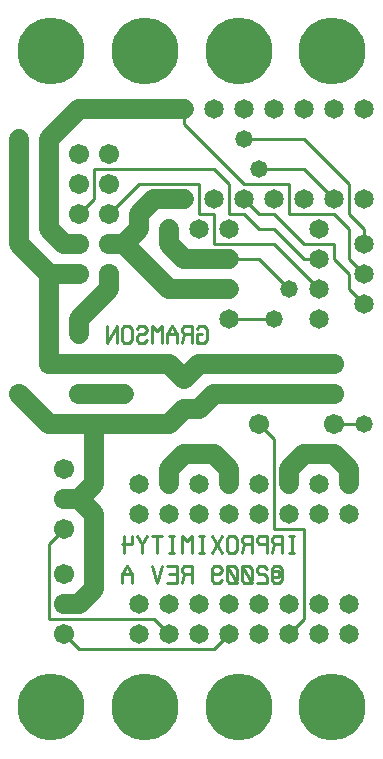
<source format=gbl>
%MOIN*%
%FSLAX25Y25*%
G04 D10 used for Character Trace; *
G04     Circle (OD=.01000) (No hole)*
G04 D11 used for Power Trace; *
G04     Circle (OD=.06500) (No hole)*
G04 D12 used for Signal Trace; *
G04     Circle (OD=.01100) (No hole)*
G04 D13 used for Via; *
G04     Circle (OD=.05800) (Round. Hole ID=.02800)*
G04 D14 used for Component hole; *
G04     Circle (OD=.06500) (Round. Hole ID=.03500)*
G04 D15 used for Component hole; *
G04     Circle (OD=.06700) (Round. Hole ID=.04300)*
G04 D16 used for Component hole; *
G04     Circle (OD=.08100) (Round. Hole ID=.05100)*
G04 D17 used for Component hole; *
G04     Circle (OD=.08900) (Round. Hole ID=.05900)*
G04 D18 used for Component hole; *
G04     Circle (OD=.11300) (Round. Hole ID=.08300)*
G04 D19 used for Component hole; *
G04     Circle (OD=.16000) (Round. Hole ID=.13000)*
G04 D20 used for Component hole; *
G04     Circle (OD=.18300) (Round. Hole ID=.15300)*
G04 D21 used for Component hole; *
G04     Circle (OD=.22291) (Round. Hole ID=.19291)*
%ADD10C,.01000*%
%ADD11C,.06500*%
%ADD12C,.01100*%
%ADD13C,.05800*%
%ADD14C,.06500*%
%ADD15C,.06700*%
%ADD16C,.08100*%
%ADD17C,.08900*%
%ADD18C,.11300*%
%ADD19C,.16000*%
%ADD20C,.18300*%
%ADD21C,.22291*%
%IPPOS*%
%LPD*%
G90*X0Y0D02*D21*X15625Y15625D03*D12*              
X25000Y35000D02*X70000D01*X75000Y40000D01*D14*D03*
X85000Y50000D03*X65000D03*X85000Y40000D03*        
X75000Y50000D03*X65000Y40000D03*X55000Y50000D03*  
X95000Y40000D03*D12*X100000Y45000D01*Y75000D01*   
X90000D01*Y105000D01*X85000Y110000D01*D15*D03*    
Y120000D03*D11*X70000D01*X65000Y115000D01*        
X60000D01*D15*D03*D11*X55000Y110000D01*X30000D01* 
Y90000D01*X25000Y85000D01*X30000Y80000D01*        
Y55000D01*X25000Y50000D01*X20000D01*D15*D03*D12*  
X15000Y45000D02*X50000D01*X55000Y40000D01*D14*D03*
X45000Y50000D03*Y40000D03*D10*X90000Y60957D02*    
X91674D01*Y59043D01*X90000D01*X91674Y57129D02*    
X90000D01*X89163Y58086D01*Y61914D01*              
X90000Y62871D01*X91674D01*X92511Y61914D01*        
Y58086D01*X91674Y57129D01*X87511Y61914D02*        
X86674Y62871D01*X85000D01*X84163Y61914D01*        
Y60957D01*X85000Y60000D01*X86674D01*              
X87511Y59043D01*Y57129D01*X84163D01*              
X79163Y58086D02*X80000Y57129D01*X81674D01*        
X82511Y58086D01*Y61914D01*X81674Y62871D01*        
X80000D01*X79163Y61914D01*Y58086D01*              
X82511Y57129D02*X79163Y62871D01*X74163Y58086D02*  
X75000Y57129D01*X76674D01*X77511Y58086D01*        
Y61914D01*X76674Y62871D01*X75000D01*              
X74163Y61914D01*Y58086D01*X77511Y57129D02*        
X74163Y62871D01*X69163Y60957D02*X70000Y60000D01*  
X71674D01*X72511Y60957D01*Y61914D01*              
X71674Y62871D01*X70000D01*X69163Y61914D01*        
Y58086D01*X70000Y57129D01*X71674D01*              
X72511Y58086D01*X62511Y57129D02*Y62871D01*        
X60000D01*X59163Y61914D01*Y60957D01*              
X60000Y60000D01*X62511D01*X60000D02*              
X59163Y57129D01*X54163D02*X57511D01*Y62871D01*    
X54163D01*X57511Y60000D02*X55000D01*              
X52511Y62871D02*X50837Y57129D01*X49163Y62871D01*  
X42511Y57129D02*Y60000D01*X40837Y62871D01*        
X39163Y60000D01*Y57129D01*X42511Y60000D02*        
X39163D01*D21*X78125Y15625D03*X46875D03*D12*      
X25000Y35000D02*X20000Y40000D01*D15*D03*D12*      
X15000Y45000D02*Y70000D01*X20000Y75000D01*D15*D03*
D11*Y85000D02*X25000D01*D15*X20000D03*Y95000D03*  
D10*X95837Y67129D02*Y72871D01*X96674Y67129D02*    
X95000D01*X96674Y72871D02*X95000D01*              
X92511Y67129D02*Y72871D01*X90000D01*              
X89163Y71914D01*Y70957D01*X90000Y70000D01*        
X92511D01*X90000D02*X89163Y67129D01*X87511D02*    
Y72871D01*X85000D01*X84163Y71914D01*Y70957D01*    
X85000Y70000D01*X87511D01*X82511Y67129D02*        
Y72871D01*X80000D01*X79163Y71914D01*Y70957D01*    
X80000Y70000D01*X82511D01*X80000D02*              
X79163Y67129D01*X74163Y68086D02*X75000Y67129D01*  
X76674D01*X77511Y68086D01*Y71914D01*              
X76674Y72871D01*X75000D01*X74163Y71914D01*        
Y68086D01*X72511Y72871D02*X69163Y67129D01*        
X72511D02*X69163Y72871D01*X65837Y67129D02*        
Y72871D01*X66674Y67129D02*X65000D01*              
X66674Y72871D02*X65000D01*X62511Y67129D02*        
Y72871D01*X60837Y70957D01*X59163Y72871D01*        
Y67129D01*X55837D02*Y72871D01*X56674Y67129D02*    
X55000D01*X56674Y72871D02*X55000D01*              
X50837Y67129D02*Y72871D01*X52511D02*X49163D01*    
X47511D02*X45837Y70000D01*X44163Y72871D01*        
X45837Y70000D02*Y67129D01*X40000Y72871D02*        
Y67129D01*X42511Y72871D02*Y70000D01*X39163D01*D11*
X15000Y110000D02*X30000D01*X15000D02*             
X5000Y120000D01*D15*D03*X15000Y130000D03*D11*     
X40000D01*D14*D03*D11*X55000D01*X60000Y125000D01* 
D15*D03*D11*X65000Y130000D01*X85000D01*D15*D03*   
D11*X110000D01*D15*D03*Y120000D03*D11*X85000D01*  
X75000Y95000D02*X70000Y100000D01*X75000Y90000D02* 
Y95000D01*D14*Y90000D03*X85000Y80000D03*X65000D03*
X85000Y90000D03*X65000D03*X75000Y80000D03*D11*    
X60000Y100000D02*X70000D01*X55000Y95000D02*       
X60000Y100000D01*X55000Y90000D02*Y95000D01*D14*   
Y90000D03*X45000Y80000D03*Y90000D03*              
X55000Y80000D03*D15*X25000Y120000D03*D11*         
X40000D01*D14*D03*D10*X64163Y138086D02*           
X65000Y137129D01*X66674D01*X67511Y138086D01*      
Y141914D01*X66674Y142871D01*X65000D01*            
X64163Y141914D01*X65837Y140000D02*X64163D01*      
Y137129D01*X62511D02*Y142871D01*X60000D01*        
X59163Y141914D01*Y140957D01*X60000Y140000D01*     
X62511D01*X60000D02*X59163Y137129D01*X57511D02*   
Y140000D01*X55837Y142871D01*X54163Y140000D01*     
Y137129D01*X57511Y140000D02*X54163D01*            
X52511Y137129D02*Y142871D01*X50837Y140957D01*     
X49163Y142871D01*Y137129D01*X44163Y141914D02*     
X45000Y142871D01*X46674D01*X47511Y141914D01*      
Y140957D01*X46674Y140000D01*X45000D01*            
X44163Y139043D01*Y138086D01*X45000Y137129D01*     
X46674D01*X47511Y138086D01*X39163D02*             
X40000Y137129D01*X41674D01*X42511Y138086D01*      
Y141914D01*X41674Y142871D01*X40000D01*            
X39163Y141914D01*Y138086D01*X37511Y137129D02*     
Y142871D01*X34163Y137129D01*Y142871D01*D13*       
X25000Y140000D03*D11*Y145000D01*X35000Y155000D01* 
Y160000D01*D15*D03*X25000Y170000D03*D11*X20000D01*
X15000Y175000D01*Y205000D01*X25000Y215000D01*     
X60000D01*D14*D03*D12*Y210000D01*X80000Y190000D01*
X95000D01*Y180000D01*X110000D01*X115000Y175000D01*
Y165000D01*X120000Y160000D01*D14*D03*D12*         
Y150000D02*X115000Y155000D01*D14*                 
X120000Y150000D03*D12*X115000Y155000D02*          
Y160000D01*X110000Y165000D01*Y170000D01*          
X100000D01*X90000Y180000D01*X85000D01*            
X80000Y185000D01*D14*D03*D12*X75000Y180000D02*    
Y190000D01*Y180000D02*X80000D01*X85000Y175000D01* 
X90000D01*X100000Y165000D01*X105000D01*D14*D03*   
D13*X95000Y155000D03*D12*X85000Y165000D01*        
X75000D01*D14*D03*D11*X65000D01*D14*D03*D11*      
X60000D01*X55000Y170000D01*Y175000D01*D14*D03*    
X60000Y185000D03*D11*X50000D01*X45000Y180000D01*  
Y175000D01*X40000Y170000D01*X55000Y155000D01*     
X65000D01*D14*D03*D11*X75000D01*D14*D03*          
Y145000D03*D12*X90000D01*D13*D03*D14*X105000D03*  
Y155000D03*D12*X90000Y170000D01*X70000D01*        
Y180000D01*X65000D01*Y190000D01*X45000D01*        
X35000Y180000D01*D15*D03*D12*X25000D02*           
X30000Y185000D01*D15*X25000Y180000D03*D12*        
X30000Y185000D02*Y195000D01*X70000D01*            
X75000Y190000D01*D14*X70000Y185000D03*D13*        
X85000Y195000D03*D12*X100000D01*X110000Y185000D01*
D14*D03*D12*X120000Y175000D02*X115000Y180000D01*  
X120000Y170000D02*Y175000D01*D14*Y170000D03*D12*  
X115000Y180000D02*Y190000D01*X100000Y205000D01*   
X80000D01*D13*D03*D14*X90000Y215000D03*X70000D03* 
X80000D03*X100000Y185000D03*Y215000D03*           
X90000Y185000D03*D21*X109375Y234375D03*D14*       
X65000Y175000D03*X75000D03*D21*X78125Y234375D03*  
D14*X110000Y215000D03*X105000Y175000D03*D21*      
X46875Y234375D03*D14*X120000Y185000D03*Y215000D03*
D11*X35000Y170000D02*X40000D01*D15*X35000D03*     
X25000Y160000D03*D11*X15000D01*Y130000D01*        
Y160000D02*X5000Y170000D01*Y205000D01*D13*D03*D15*
X25000Y190000D03*Y200000D03*X35000Y190000D03*D21* 
X15625Y234375D03*D15*X35000Y200000D03*D11*        
X115000Y95000D02*X110000Y100000D01*               
X115000Y90000D02*Y95000D01*D14*Y90000D03*         
X105000Y80000D03*Y90000D03*X115000Y80000D03*D11*  
X100000Y100000D02*X110000D01*X95000Y95000D02*     
X100000Y100000D01*X95000Y90000D02*Y95000D01*D14*  
Y90000D03*Y80000D03*D15*X110000Y110000D03*D12*    
X120000D01*D13*D03*D14*X95000Y50000D03*X105000D03*
X115000D03*X105000Y40000D03*X115000D03*D21*       
X109375Y15625D03*D15*X20000Y60000D03*M02*         

</source>
